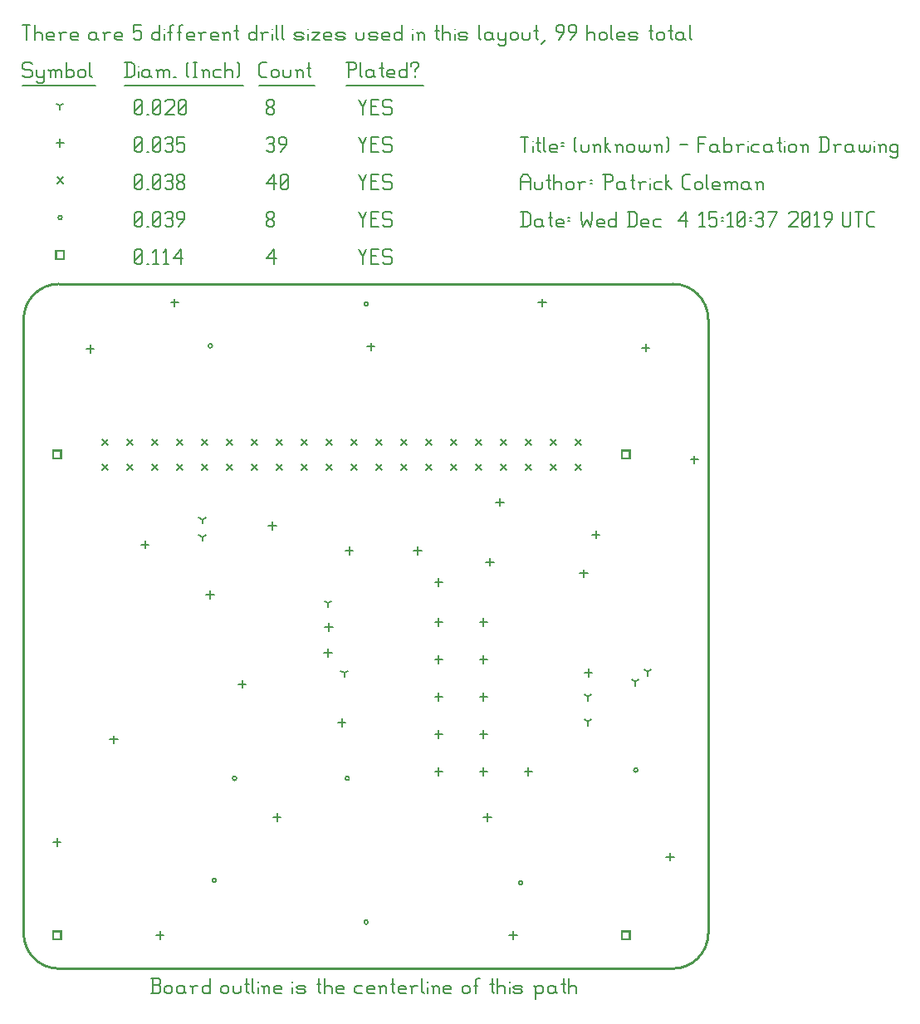
<source format=gbr>
G04 start of page 17 for group -3984 idx -3984 *
G04 Title: (unknown), fab *
G04 Creator: pcb 4.2.0 *
G04 CreationDate: Wed Dec  4 15:10:37 2019 UTC *
G04 For: blinken *
G04 Format: Gerber/RS-274X *
G04 PCB-Dimensions (mil): 2755.91 2755.91 *
G04 PCB-Coordinate-Origin: lower left *
%MOIN*%
%FSLAX25Y25*%
%LNFAB*%
%ADD117C,0.0100*%
%ADD116C,0.0075*%
%ADD115C,0.0060*%
%ADD114R,0.0080X0.0080*%
G54D114*X12180Y15380D02*X15380D01*
X12180D02*Y12180D01*
X15380D01*
Y15380D02*Y12180D01*
X240526Y15380D02*X243726D01*
X240526D02*Y12180D01*
X243726D01*
Y15380D02*Y12180D01*
X240526Y208293D02*X243726D01*
X240526D02*Y205093D01*
X243726D01*
Y208293D02*Y205093D01*
X12180Y208293D02*X15380D01*
X12180D02*Y205093D01*
X15380D01*
Y208293D02*Y205093D01*
X13400Y288441D02*X16600D01*
X13400D02*Y285241D01*
X16600D01*
Y288441D02*Y285241D01*
G54D115*X135000Y289091D02*X136500Y286091D01*
X138000Y289091D01*
X136500Y286091D02*Y283091D01*
X139800Y286391D02*X142050D01*
X139800Y283091D02*X142800D01*
X139800Y289091D02*Y283091D01*
Y289091D02*X142800D01*
X147600D02*X148350Y288341D01*
X145350Y289091D02*X147600D01*
X144600Y288341D02*X145350Y289091D01*
X144600Y288341D02*Y286841D01*
X145350Y286091D01*
X147600D01*
X148350Y285341D01*
Y283841D01*
X147600Y283091D02*X148350Y283841D01*
X145350Y283091D02*X147600D01*
X144600Y283841D02*X145350Y283091D01*
X98000Y285341D02*X101000Y289091D01*
X98000Y285341D02*X101750D01*
X101000Y289091D02*Y283091D01*
X45000Y283841D02*X45750Y283091D01*
X45000Y288341D02*Y283841D01*
Y288341D02*X45750Y289091D01*
X47250D01*
X48000Y288341D01*
Y283841D01*
X47250Y283091D02*X48000Y283841D01*
X45750Y283091D02*X47250D01*
X45000Y284591D02*X48000Y287591D01*
X49800Y283091D02*X50550D01*
X52350Y287891D02*X53550Y289091D01*
Y283091D01*
X52350D02*X54600D01*
X56400Y287891D02*X57600Y289091D01*
Y283091D01*
X56400D02*X58650D01*
X60450Y285341D02*X63450Y289091D01*
X60450Y285341D02*X64200D01*
X63450Y289091D02*Y283091D01*
X137076Y19057D02*G75*G03X138676Y19057I800J0D01*G01*
G75*G03X137076Y19057I-800J0D01*G01*
Y267089D02*G75*G03X138676Y267089I800J0D01*G01*
G75*G03X137076Y267089I-800J0D01*G01*
X76052Y35789D02*G75*G03X77652Y35789I800J0D01*G01*
G75*G03X76052Y35789I-800J0D01*G01*
X199084Y34805D02*G75*G03X200684Y34805I800J0D01*G01*
G75*G03X199084Y34805I-800J0D01*G01*
X245344Y80081D02*G75*G03X246944Y80081I800J0D01*G01*
G75*G03X245344Y80081I-800J0D01*G01*
X74576Y250342D02*G75*G03X76176Y250342I800J0D01*G01*
G75*G03X74576Y250342I-800J0D01*G01*
X129509Y76781D02*G75*G03X131109Y76781I800J0D01*G01*
G75*G03X129509Y76781I-800J0D01*G01*
X84233D02*G75*G03X85833Y76781I800J0D01*G01*
G75*G03X84233Y76781I-800J0D01*G01*
X14200Y301841D02*G75*G03X15800Y301841I800J0D01*G01*
G75*G03X14200Y301841I-800J0D01*G01*
X135000Y304091D02*X136500Y301091D01*
X138000Y304091D01*
X136500Y301091D02*Y298091D01*
X139800Y301391D02*X142050D01*
X139800Y298091D02*X142800D01*
X139800Y304091D02*Y298091D01*
Y304091D02*X142800D01*
X147600D02*X148350Y303341D01*
X145350Y304091D02*X147600D01*
X144600Y303341D02*X145350Y304091D01*
X144600Y303341D02*Y301841D01*
X145350Y301091D01*
X147600D01*
X148350Y300341D01*
Y298841D01*
X147600Y298091D02*X148350Y298841D01*
X145350Y298091D02*X147600D01*
X144600Y298841D02*X145350Y298091D01*
X98000Y298841D02*X98750Y298091D01*
X98000Y300041D02*Y298841D01*
Y300041D02*X99050Y301091D01*
X99950D01*
X101000Y300041D01*
Y298841D01*
X100250Y298091D02*X101000Y298841D01*
X98750Y298091D02*X100250D01*
X98000Y302141D02*X99050Y301091D01*
X98000Y303341D02*Y302141D01*
Y303341D02*X98750Y304091D01*
X100250D01*
X101000Y303341D01*
Y302141D01*
X99950Y301091D02*X101000Y302141D01*
X45000Y298841D02*X45750Y298091D01*
X45000Y303341D02*Y298841D01*
Y303341D02*X45750Y304091D01*
X47250D01*
X48000Y303341D01*
Y298841D01*
X47250Y298091D02*X48000Y298841D01*
X45750Y298091D02*X47250D01*
X45000Y299591D02*X48000Y302591D01*
X49800Y298091D02*X50550D01*
X52350Y298841D02*X53100Y298091D01*
X52350Y303341D02*Y298841D01*
Y303341D02*X53100Y304091D01*
X54600D01*
X55350Y303341D01*
Y298841D01*
X54600Y298091D02*X55350Y298841D01*
X53100Y298091D02*X54600D01*
X52350Y299591D02*X55350Y302591D01*
X57150Y303341D02*X57900Y304091D01*
X59400D01*
X60150Y303341D01*
X59400Y298091D02*X60150Y298841D01*
X57900Y298091D02*X59400D01*
X57150Y298841D02*X57900Y298091D01*
Y301391D02*X59400D01*
X60150Y303341D02*Y302141D01*
Y300641D02*Y298841D01*
Y300641D02*X59400Y301391D01*
X60150Y302141D02*X59400Y301391D01*
X62700Y298091D02*X64950Y301091D01*
Y303341D02*Y301091D01*
X64200Y304091D02*X64950Y303341D01*
X62700Y304091D02*X64200D01*
X61950Y303341D02*X62700Y304091D01*
X61950Y303341D02*Y301841D01*
X62700Y301091D01*
X64950D01*
X31910Y202814D02*X34310Y200414D01*
X31910D02*X34310Y202814D01*
X31910Y212814D02*X34310Y210414D01*
X31910D02*X34310Y212814D01*
X41910Y202814D02*X44310Y200414D01*
X41910D02*X44310Y202814D01*
X41910Y212814D02*X44310Y210414D01*
X41910D02*X44310Y212814D01*
X51910Y202814D02*X54310Y200414D01*
X51910D02*X54310Y202814D01*
X51910Y212814D02*X54310Y210414D01*
X51910D02*X54310Y212814D01*
X61910Y202814D02*X64310Y200414D01*
X61910D02*X64310Y202814D01*
X61910Y212814D02*X64310Y210414D01*
X61910D02*X64310Y212814D01*
X71910Y202814D02*X74310Y200414D01*
X71910D02*X74310Y202814D01*
X71910Y212814D02*X74310Y210414D01*
X71910D02*X74310Y212814D01*
X81910Y202814D02*X84310Y200414D01*
X81910D02*X84310Y202814D01*
X81910Y212814D02*X84310Y210414D01*
X81910D02*X84310Y212814D01*
X91910Y202814D02*X94310Y200414D01*
X91910D02*X94310Y202814D01*
X91910Y212814D02*X94310Y210414D01*
X91910D02*X94310Y212814D01*
X101910Y202814D02*X104310Y200414D01*
X101910D02*X104310Y202814D01*
X101910Y212814D02*X104310Y210414D01*
X101910D02*X104310Y212814D01*
X111910Y202814D02*X114310Y200414D01*
X111910D02*X114310Y202814D01*
X111910Y212814D02*X114310Y210414D01*
X111910D02*X114310Y212814D01*
X121910Y202814D02*X124310Y200414D01*
X121910D02*X124310Y202814D01*
X121910Y212814D02*X124310Y210414D01*
X121910D02*X124310Y212814D01*
X131910Y202814D02*X134310Y200414D01*
X131910D02*X134310Y202814D01*
X131910Y212814D02*X134310Y210414D01*
X131910D02*X134310Y212814D01*
X141910Y202814D02*X144310Y200414D01*
X141910D02*X144310Y202814D01*
X141910Y212814D02*X144310Y210414D01*
X141910D02*X144310Y212814D01*
X151910Y202814D02*X154310Y200414D01*
X151910D02*X154310Y202814D01*
X151910Y212814D02*X154310Y210414D01*
X151910D02*X154310Y212814D01*
X161910Y202814D02*X164310Y200414D01*
X161910D02*X164310Y202814D01*
X161910Y212814D02*X164310Y210414D01*
X161910D02*X164310Y212814D01*
X171910Y202814D02*X174310Y200414D01*
X171910D02*X174310Y202814D01*
X171910Y212814D02*X174310Y210414D01*
X171910D02*X174310Y212814D01*
X181910Y202814D02*X184310Y200414D01*
X181910D02*X184310Y202814D01*
X181910Y212814D02*X184310Y210414D01*
X181910D02*X184310Y212814D01*
X191910Y202814D02*X194310Y200414D01*
X191910D02*X194310Y202814D01*
X191910Y212814D02*X194310Y210414D01*
X191910D02*X194310Y212814D01*
X201910Y202814D02*X204310Y200414D01*
X201910D02*X204310Y202814D01*
X201910Y212814D02*X204310Y210414D01*
X201910D02*X204310Y212814D01*
X211910Y202814D02*X214310Y200414D01*
X211910D02*X214310Y202814D01*
X211910Y212814D02*X214310Y210414D01*
X211910D02*X214310Y212814D01*
X221910Y202814D02*X224310Y200414D01*
X221910D02*X224310Y202814D01*
X221910Y212814D02*X224310Y210414D01*
X221910D02*X224310Y212814D01*
X13800Y318041D02*X16200Y315641D01*
X13800D02*X16200Y318041D01*
X135000Y319091D02*X136500Y316091D01*
X138000Y319091D01*
X136500Y316091D02*Y313091D01*
X139800Y316391D02*X142050D01*
X139800Y313091D02*X142800D01*
X139800Y319091D02*Y313091D01*
Y319091D02*X142800D01*
X147600D02*X148350Y318341D01*
X145350Y319091D02*X147600D01*
X144600Y318341D02*X145350Y319091D01*
X144600Y318341D02*Y316841D01*
X145350Y316091D01*
X147600D01*
X148350Y315341D01*
Y313841D01*
X147600Y313091D02*X148350Y313841D01*
X145350Y313091D02*X147600D01*
X144600Y313841D02*X145350Y313091D01*
X98000Y315341D02*X101000Y319091D01*
X98000Y315341D02*X101750D01*
X101000Y319091D02*Y313091D01*
X103550Y313841D02*X104300Y313091D01*
X103550Y318341D02*Y313841D01*
Y318341D02*X104300Y319091D01*
X105800D01*
X106550Y318341D01*
Y313841D01*
X105800Y313091D02*X106550Y313841D01*
X104300Y313091D02*X105800D01*
X103550Y314591D02*X106550Y317591D01*
X45000Y313841D02*X45750Y313091D01*
X45000Y318341D02*Y313841D01*
Y318341D02*X45750Y319091D01*
X47250D01*
X48000Y318341D01*
Y313841D01*
X47250Y313091D02*X48000Y313841D01*
X45750Y313091D02*X47250D01*
X45000Y314591D02*X48000Y317591D01*
X49800Y313091D02*X50550D01*
X52350Y313841D02*X53100Y313091D01*
X52350Y318341D02*Y313841D01*
Y318341D02*X53100Y319091D01*
X54600D01*
X55350Y318341D01*
Y313841D01*
X54600Y313091D02*X55350Y313841D01*
X53100Y313091D02*X54600D01*
X52350Y314591D02*X55350Y317591D01*
X57150Y318341D02*X57900Y319091D01*
X59400D01*
X60150Y318341D01*
X59400Y313091D02*X60150Y313841D01*
X57900Y313091D02*X59400D01*
X57150Y313841D02*X57900Y313091D01*
Y316391D02*X59400D01*
X60150Y318341D02*Y317141D01*
Y315641D02*Y313841D01*
Y315641D02*X59400Y316391D01*
X60150Y317141D02*X59400Y316391D01*
X61950Y313841D02*X62700Y313091D01*
X61950Y315041D02*Y313841D01*
Y315041D02*X63000Y316091D01*
X63900D01*
X64950Y315041D01*
Y313841D01*
X64200Y313091D02*X64950Y313841D01*
X62700Y313091D02*X64200D01*
X61950Y317141D02*X63000Y316091D01*
X61950Y318341D02*Y317141D01*
Y318341D02*X62700Y319091D01*
X64200D01*
X64950Y318341D01*
Y317141D01*
X63900Y316091D02*X64950Y317141D01*
X191610Y189214D02*Y186014D01*
X190010Y187614D02*X193210D01*
X27110Y250714D02*Y247514D01*
X25510Y249114D02*X28710D01*
X250110Y251214D02*Y248014D01*
X248510Y249614D02*X251710D01*
X88110Y116214D02*Y113014D01*
X86510Y114614D02*X89710D01*
X49110Y172214D02*Y169014D01*
X47510Y170614D02*X50710D01*
X131110Y169714D02*Y166514D01*
X129510Y168114D02*X132710D01*
X158610Y169714D02*Y166514D01*
X157010Y168114D02*X160210D01*
X102110Y62714D02*Y59514D01*
X100510Y61114D02*X103710D01*
X186610Y62714D02*Y59514D01*
X185010Y61114D02*X188210D01*
X128110Y100714D02*Y97514D01*
X126510Y99114D02*X129710D01*
X122610Y128714D02*Y125514D01*
X121010Y127114D02*X124210D01*
X227110Y120714D02*Y117514D01*
X225510Y119114D02*X228710D01*
X230110Y176214D02*Y173014D01*
X228510Y174614D02*X231710D01*
X187610Y165214D02*Y162014D01*
X186010Y163614D02*X189210D01*
X100300Y179691D02*Y176491D01*
X98700Y178091D02*X101900D01*
X75300Y152191D02*Y148991D01*
X73700Y150591D02*X76900D01*
X36600Y93991D02*Y90791D01*
X35000Y92391D02*X38200D01*
X167000Y141191D02*Y137991D01*
X165400Y139591D02*X168600D01*
X185000Y141191D02*Y137991D01*
X183400Y139591D02*X186600D01*
X167000Y126191D02*Y122991D01*
X165400Y124591D02*X168600D01*
X167000Y111191D02*Y107991D01*
X165400Y109591D02*X168600D01*
X167000Y96191D02*Y92991D01*
X165400Y94591D02*X168600D01*
X167000Y81191D02*Y77991D01*
X165400Y79591D02*X168600D01*
X185000Y81191D02*Y77991D01*
X183400Y79591D02*X186600D01*
X185000Y96191D02*Y92991D01*
X183400Y94591D02*X186600D01*
X185000Y111191D02*Y107991D01*
X183400Y109591D02*X186600D01*
X185000Y126191D02*Y122991D01*
X183400Y124591D02*X186600D01*
X203000Y81191D02*Y77991D01*
X201400Y79591D02*X204600D01*
X167000Y157191D02*Y153991D01*
X165400Y155591D02*X168600D01*
X208661Y269317D02*Y266117D01*
X207061Y267717D02*X210261D01*
X269685Y206324D02*Y203124D01*
X268085Y204724D02*X271285D01*
X61024Y269317D02*Y266117D01*
X59424Y267717D02*X62624D01*
X139764Y251600D02*Y248400D01*
X138164Y250000D02*X141364D01*
X13780Y52781D02*Y49581D01*
X12180Y51181D02*X15380D01*
X55118Y15380D02*Y12180D01*
X53518Y13780D02*X56718D01*
X196850Y15380D02*Y12180D01*
X195250Y13780D02*X198450D01*
X259843Y46876D02*Y43676D01*
X258243Y45276D02*X261443D01*
X225197Y160655D02*Y157455D01*
X223597Y159055D02*X226797D01*
X122835Y139002D02*Y135802D01*
X121235Y137402D02*X124435D01*
X15000Y333441D02*Y330241D01*
X13400Y331841D02*X16600D01*
X135000Y334091D02*X136500Y331091D01*
X138000Y334091D01*
X136500Y331091D02*Y328091D01*
X139800Y331391D02*X142050D01*
X139800Y328091D02*X142800D01*
X139800Y334091D02*Y328091D01*
Y334091D02*X142800D01*
X147600D02*X148350Y333341D01*
X145350Y334091D02*X147600D01*
X144600Y333341D02*X145350Y334091D01*
X144600Y333341D02*Y331841D01*
X145350Y331091D01*
X147600D01*
X148350Y330341D01*
Y328841D01*
X147600Y328091D02*X148350Y328841D01*
X145350Y328091D02*X147600D01*
X144600Y328841D02*X145350Y328091D01*
X98000Y333341D02*X98750Y334091D01*
X100250D01*
X101000Y333341D01*
X100250Y328091D02*X101000Y328841D01*
X98750Y328091D02*X100250D01*
X98000Y328841D02*X98750Y328091D01*
Y331391D02*X100250D01*
X101000Y333341D02*Y332141D01*
Y330641D02*Y328841D01*
Y330641D02*X100250Y331391D01*
X101000Y332141D02*X100250Y331391D01*
X103550Y328091D02*X105800Y331091D01*
Y333341D02*Y331091D01*
X105050Y334091D02*X105800Y333341D01*
X103550Y334091D02*X105050D01*
X102800Y333341D02*X103550Y334091D01*
X102800Y333341D02*Y331841D01*
X103550Y331091D01*
X105800D01*
X45000Y328841D02*X45750Y328091D01*
X45000Y333341D02*Y328841D01*
Y333341D02*X45750Y334091D01*
X47250D01*
X48000Y333341D01*
Y328841D01*
X47250Y328091D02*X48000Y328841D01*
X45750Y328091D02*X47250D01*
X45000Y329591D02*X48000Y332591D01*
X49800Y328091D02*X50550D01*
X52350Y328841D02*X53100Y328091D01*
X52350Y333341D02*Y328841D01*
Y333341D02*X53100Y334091D01*
X54600D01*
X55350Y333341D01*
Y328841D01*
X54600Y328091D02*X55350Y328841D01*
X53100Y328091D02*X54600D01*
X52350Y329591D02*X55350Y332591D01*
X57150Y333341D02*X57900Y334091D01*
X59400D01*
X60150Y333341D01*
X59400Y328091D02*X60150Y328841D01*
X57900Y328091D02*X59400D01*
X57150Y328841D02*X57900Y328091D01*
Y331391D02*X59400D01*
X60150Y333341D02*Y332141D01*
Y330641D02*Y328841D01*
Y330641D02*X59400Y331391D01*
X60150Y332141D02*X59400Y331391D01*
X61950Y334091D02*X64950D01*
X61950D02*Y331091D01*
X62700Y331841D01*
X64200D01*
X64950Y331091D01*
Y328841D01*
X64200Y328091D02*X64950Y328841D01*
X62700Y328091D02*X64200D01*
X61950Y328841D02*X62700Y328091D01*
X72110Y173614D02*Y172014D01*
Y173614D02*X73497Y174414D01*
X72110Y173614D02*X70724Y174414D01*
X122610Y147114D02*Y145514D01*
Y147114D02*X123997Y147914D01*
X122610Y147114D02*X121224Y147914D01*
X129110Y119114D02*Y117514D01*
Y119114D02*X130497Y119914D01*
X129110Y119114D02*X127724Y119914D01*
X72110Y180614D02*Y179014D01*
Y180614D02*X73497Y181414D01*
X72110Y180614D02*X70724Y181414D01*
X246000Y115591D02*Y113991D01*
Y115591D02*X247387Y116391D01*
X246000Y115591D02*X244613Y116391D01*
X251000Y119591D02*Y117991D01*
Y119591D02*X252387Y120391D01*
X251000Y119591D02*X249613Y120391D01*
X227000Y109591D02*Y107991D01*
Y109591D02*X228387Y110391D01*
X227000Y109591D02*X225613Y110391D01*
X227000Y99591D02*Y97991D01*
Y99591D02*X228387Y100391D01*
X227000Y99591D02*X225613Y100391D01*
X15000Y346841D02*Y345241D01*
Y346841D02*X16387Y347641D01*
X15000Y346841D02*X13613Y347641D01*
X135000Y349091D02*X136500Y346091D01*
X138000Y349091D01*
X136500Y346091D02*Y343091D01*
X139800Y346391D02*X142050D01*
X139800Y343091D02*X142800D01*
X139800Y349091D02*Y343091D01*
Y349091D02*X142800D01*
X147600D02*X148350Y348341D01*
X145350Y349091D02*X147600D01*
X144600Y348341D02*X145350Y349091D01*
X144600Y348341D02*Y346841D01*
X145350Y346091D01*
X147600D01*
X148350Y345341D01*
Y343841D01*
X147600Y343091D02*X148350Y343841D01*
X145350Y343091D02*X147600D01*
X144600Y343841D02*X145350Y343091D01*
X98000Y343841D02*X98750Y343091D01*
X98000Y345041D02*Y343841D01*
Y345041D02*X99050Y346091D01*
X99950D01*
X101000Y345041D01*
Y343841D01*
X100250Y343091D02*X101000Y343841D01*
X98750Y343091D02*X100250D01*
X98000Y347141D02*X99050Y346091D01*
X98000Y348341D02*Y347141D01*
Y348341D02*X98750Y349091D01*
X100250D01*
X101000Y348341D01*
Y347141D01*
X99950Y346091D02*X101000Y347141D01*
X45000Y343841D02*X45750Y343091D01*
X45000Y348341D02*Y343841D01*
Y348341D02*X45750Y349091D01*
X47250D01*
X48000Y348341D01*
Y343841D01*
X47250Y343091D02*X48000Y343841D01*
X45750Y343091D02*X47250D01*
X45000Y344591D02*X48000Y347591D01*
X49800Y343091D02*X50550D01*
X52350Y343841D02*X53100Y343091D01*
X52350Y348341D02*Y343841D01*
Y348341D02*X53100Y349091D01*
X54600D01*
X55350Y348341D01*
Y343841D01*
X54600Y343091D02*X55350Y343841D01*
X53100Y343091D02*X54600D01*
X52350Y344591D02*X55350Y347591D01*
X57150Y348341D02*X57900Y349091D01*
X60150D01*
X60900Y348341D01*
Y346841D01*
X57150Y343091D02*X60900Y346841D01*
X57150Y343091D02*X60900D01*
X62700Y343841D02*X63450Y343091D01*
X62700Y348341D02*Y343841D01*
Y348341D02*X63450Y349091D01*
X64950D01*
X65700Y348341D01*
Y343841D01*
X64950Y343091D02*X65700Y343841D01*
X63450Y343091D02*X64950D01*
X62700Y344591D02*X65700Y347591D01*
X3000Y364091D02*X3750Y363341D01*
X750Y364091D02*X3000D01*
X0Y363341D02*X750Y364091D01*
X0Y363341D02*Y361841D01*
X750Y361091D01*
X3000D01*
X3750Y360341D01*
Y358841D01*
X3000Y358091D02*X3750Y358841D01*
X750Y358091D02*X3000D01*
X0Y358841D02*X750Y358091D01*
X5550Y361091D02*Y358841D01*
X6300Y358091D01*
X8550Y361091D02*Y356591D01*
X7800Y355841D02*X8550Y356591D01*
X6300Y355841D02*X7800D01*
X5550Y356591D02*X6300Y355841D01*
Y358091D02*X7800D01*
X8550Y358841D01*
X11100Y360341D02*Y358091D01*
Y360341D02*X11850Y361091D01*
X12600D01*
X13350Y360341D01*
Y358091D01*
Y360341D02*X14100Y361091D01*
X14850D01*
X15600Y360341D01*
Y358091D01*
X10350Y361091D02*X11100Y360341D01*
X17400Y364091D02*Y358091D01*
Y358841D02*X18150Y358091D01*
X19650D01*
X20400Y358841D01*
Y360341D02*Y358841D01*
X19650Y361091D02*X20400Y360341D01*
X18150Y361091D02*X19650D01*
X17400Y360341D02*X18150Y361091D01*
X22200Y360341D02*Y358841D01*
Y360341D02*X22950Y361091D01*
X24450D01*
X25200Y360341D01*
Y358841D01*
X24450Y358091D02*X25200Y358841D01*
X22950Y358091D02*X24450D01*
X22200Y358841D02*X22950Y358091D01*
X27000Y364091D02*Y358841D01*
X27750Y358091D01*
X0Y354841D02*X29250D01*
X41750Y364091D02*Y358091D01*
X43700Y364091D02*X44750Y363041D01*
Y359141D01*
X43700Y358091D02*X44750Y359141D01*
X41000Y358091D02*X43700D01*
X41000Y364091D02*X43700D01*
G54D116*X46550Y362591D02*Y362441D01*
G54D115*Y360341D02*Y358091D01*
X50300Y361091D02*X51050Y360341D01*
X48800Y361091D02*X50300D01*
X48050Y360341D02*X48800Y361091D01*
X48050Y360341D02*Y358841D01*
X48800Y358091D01*
X51050Y361091D02*Y358841D01*
X51800Y358091D01*
X48800D02*X50300D01*
X51050Y358841D01*
X54350Y360341D02*Y358091D01*
Y360341D02*X55100Y361091D01*
X55850D01*
X56600Y360341D01*
Y358091D01*
Y360341D02*X57350Y361091D01*
X58100D01*
X58850Y360341D01*
Y358091D01*
X53600Y361091D02*X54350Y360341D01*
X60650Y358091D02*X61400D01*
X65900Y358841D02*X66650Y358091D01*
X65900Y363341D02*X66650Y364091D01*
X65900Y363341D02*Y358841D01*
X68450Y364091D02*X69950D01*
X69200D02*Y358091D01*
X68450D02*X69950D01*
X72500Y360341D02*Y358091D01*
Y360341D02*X73250Y361091D01*
X74000D01*
X74750Y360341D01*
Y358091D01*
X71750Y361091D02*X72500Y360341D01*
X77300Y361091D02*X79550D01*
X76550Y360341D02*X77300Y361091D01*
X76550Y360341D02*Y358841D01*
X77300Y358091D01*
X79550D01*
X81350Y364091D02*Y358091D01*
Y360341D02*X82100Y361091D01*
X83600D01*
X84350Y360341D01*
Y358091D01*
X86150Y364091D02*X86900Y363341D01*
Y358841D01*
X86150Y358091D02*X86900Y358841D01*
X41000Y354841D02*X88700D01*
X96050Y358091D02*X98000D01*
X95000Y359141D02*X96050Y358091D01*
X95000Y363041D02*Y359141D01*
Y363041D02*X96050Y364091D01*
X98000D01*
X99800Y360341D02*Y358841D01*
Y360341D02*X100550Y361091D01*
X102050D01*
X102800Y360341D01*
Y358841D01*
X102050Y358091D02*X102800Y358841D01*
X100550Y358091D02*X102050D01*
X99800Y358841D02*X100550Y358091D01*
X104600Y361091D02*Y358841D01*
X105350Y358091D01*
X106850D01*
X107600Y358841D01*
Y361091D02*Y358841D01*
X110150Y360341D02*Y358091D01*
Y360341D02*X110900Y361091D01*
X111650D01*
X112400Y360341D01*
Y358091D01*
X109400Y361091D02*X110150Y360341D01*
X114950Y364091D02*Y358841D01*
X115700Y358091D01*
X114200Y361841D02*X115700D01*
X95000Y354841D02*X117200D01*
X130750Y364091D02*Y358091D01*
X130000Y364091D02*X133000D01*
X133750Y363341D01*
Y361841D01*
X133000Y361091D02*X133750Y361841D01*
X130750Y361091D02*X133000D01*
X135550Y364091D02*Y358841D01*
X136300Y358091D01*
X140050Y361091D02*X140800Y360341D01*
X138550Y361091D02*X140050D01*
X137800Y360341D02*X138550Y361091D01*
X137800Y360341D02*Y358841D01*
X138550Y358091D01*
X140800Y361091D02*Y358841D01*
X141550Y358091D01*
X138550D02*X140050D01*
X140800Y358841D01*
X144100Y364091D02*Y358841D01*
X144850Y358091D01*
X143350Y361841D02*X144850D01*
X147100Y358091D02*X149350D01*
X146350Y358841D02*X147100Y358091D01*
X146350Y360341D02*Y358841D01*
Y360341D02*X147100Y361091D01*
X148600D01*
X149350Y360341D01*
X146350Y359591D02*X149350D01*
Y360341D02*Y359591D01*
X154150Y364091D02*Y358091D01*
X153400D02*X154150Y358841D01*
X151900Y358091D02*X153400D01*
X151150Y358841D02*X151900Y358091D01*
X151150Y360341D02*Y358841D01*
Y360341D02*X151900Y361091D01*
X153400D01*
X154150Y360341D01*
X157450Y361091D02*Y360341D01*
Y358841D02*Y358091D01*
X155950Y363341D02*Y362591D01*
Y363341D02*X156700Y364091D01*
X158200D01*
X158950Y363341D01*
Y362591D01*
X157450Y361091D02*X158950Y362591D01*
X130000Y354841D02*X160750D01*
X0Y379091D02*X3000D01*
X1500D02*Y373091D01*
X4800Y379091D02*Y373091D01*
Y375341D02*X5550Y376091D01*
X7050D01*
X7800Y375341D01*
Y373091D01*
X10350D02*X12600D01*
X9600Y373841D02*X10350Y373091D01*
X9600Y375341D02*Y373841D01*
Y375341D02*X10350Y376091D01*
X11850D01*
X12600Y375341D01*
X9600Y374591D02*X12600D01*
Y375341D02*Y374591D01*
X15150Y375341D02*Y373091D01*
Y375341D02*X15900Y376091D01*
X17400D01*
X14400D02*X15150Y375341D01*
X19950Y373091D02*X22200D01*
X19200Y373841D02*X19950Y373091D01*
X19200Y375341D02*Y373841D01*
Y375341D02*X19950Y376091D01*
X21450D01*
X22200Y375341D01*
X19200Y374591D02*X22200D01*
Y375341D02*Y374591D01*
X28950Y376091D02*X29700Y375341D01*
X27450Y376091D02*X28950D01*
X26700Y375341D02*X27450Y376091D01*
X26700Y375341D02*Y373841D01*
X27450Y373091D01*
X29700Y376091D02*Y373841D01*
X30450Y373091D01*
X27450D02*X28950D01*
X29700Y373841D01*
X33000Y375341D02*Y373091D01*
Y375341D02*X33750Y376091D01*
X35250D01*
X32250D02*X33000Y375341D01*
X37800Y373091D02*X40050D01*
X37050Y373841D02*X37800Y373091D01*
X37050Y375341D02*Y373841D01*
Y375341D02*X37800Y376091D01*
X39300D01*
X40050Y375341D01*
X37050Y374591D02*X40050D01*
Y375341D02*Y374591D01*
X44550Y379091D02*X47550D01*
X44550D02*Y376091D01*
X45300Y376841D01*
X46800D01*
X47550Y376091D01*
Y373841D01*
X46800Y373091D02*X47550Y373841D01*
X45300Y373091D02*X46800D01*
X44550Y373841D02*X45300Y373091D01*
X55050Y379091D02*Y373091D01*
X54300D02*X55050Y373841D01*
X52800Y373091D02*X54300D01*
X52050Y373841D02*X52800Y373091D01*
X52050Y375341D02*Y373841D01*
Y375341D02*X52800Y376091D01*
X54300D01*
X55050Y375341D01*
G54D116*X56850Y377591D02*Y377441D01*
G54D115*Y375341D02*Y373091D01*
X59100Y378341D02*Y373091D01*
Y378341D02*X59850Y379091D01*
X60600D01*
X58350Y376091D02*X59850D01*
X62850Y378341D02*Y373091D01*
Y378341D02*X63600Y379091D01*
X64350D01*
X62100Y376091D02*X63600D01*
X66600Y373091D02*X68850D01*
X65850Y373841D02*X66600Y373091D01*
X65850Y375341D02*Y373841D01*
Y375341D02*X66600Y376091D01*
X68100D01*
X68850Y375341D01*
X65850Y374591D02*X68850D01*
Y375341D02*Y374591D01*
X71400Y375341D02*Y373091D01*
Y375341D02*X72150Y376091D01*
X73650D01*
X70650D02*X71400Y375341D01*
X76200Y373091D02*X78450D01*
X75450Y373841D02*X76200Y373091D01*
X75450Y375341D02*Y373841D01*
Y375341D02*X76200Y376091D01*
X77700D01*
X78450Y375341D01*
X75450Y374591D02*X78450D01*
Y375341D02*Y374591D01*
X81000Y375341D02*Y373091D01*
Y375341D02*X81750Y376091D01*
X82500D01*
X83250Y375341D01*
Y373091D01*
X80250Y376091D02*X81000Y375341D01*
X85800Y379091D02*Y373841D01*
X86550Y373091D01*
X85050Y376841D02*X86550D01*
X93750Y379091D02*Y373091D01*
X93000D02*X93750Y373841D01*
X91500Y373091D02*X93000D01*
X90750Y373841D02*X91500Y373091D01*
X90750Y375341D02*Y373841D01*
Y375341D02*X91500Y376091D01*
X93000D01*
X93750Y375341D01*
X96300D02*Y373091D01*
Y375341D02*X97050Y376091D01*
X98550D01*
X95550D02*X96300Y375341D01*
G54D116*X100350Y377591D02*Y377441D01*
G54D115*Y375341D02*Y373091D01*
X101850Y379091D02*Y373841D01*
X102600Y373091D01*
X104100Y379091D02*Y373841D01*
X104850Y373091D01*
X109800D02*X112050D01*
X112800Y373841D01*
X112050Y374591D02*X112800Y373841D01*
X109800Y374591D02*X112050D01*
X109050Y375341D02*X109800Y374591D01*
X109050Y375341D02*X109800Y376091D01*
X112050D01*
X112800Y375341D01*
X109050Y373841D02*X109800Y373091D01*
G54D116*X114600Y377591D02*Y377441D01*
G54D115*Y375341D02*Y373091D01*
X116100Y376091D02*X119100D01*
X116100Y373091D02*X119100Y376091D01*
X116100Y373091D02*X119100D01*
X121650D02*X123900D01*
X120900Y373841D02*X121650Y373091D01*
X120900Y375341D02*Y373841D01*
Y375341D02*X121650Y376091D01*
X123150D01*
X123900Y375341D01*
X120900Y374591D02*X123900D01*
Y375341D02*Y374591D01*
X126450Y373091D02*X128700D01*
X129450Y373841D01*
X128700Y374591D02*X129450Y373841D01*
X126450Y374591D02*X128700D01*
X125700Y375341D02*X126450Y374591D01*
X125700Y375341D02*X126450Y376091D01*
X128700D01*
X129450Y375341D01*
X125700Y373841D02*X126450Y373091D01*
X133950Y376091D02*Y373841D01*
X134700Y373091D01*
X136200D01*
X136950Y373841D01*
Y376091D02*Y373841D01*
X139500Y373091D02*X141750D01*
X142500Y373841D01*
X141750Y374591D02*X142500Y373841D01*
X139500Y374591D02*X141750D01*
X138750Y375341D02*X139500Y374591D01*
X138750Y375341D02*X139500Y376091D01*
X141750D01*
X142500Y375341D01*
X138750Y373841D02*X139500Y373091D01*
X145050D02*X147300D01*
X144300Y373841D02*X145050Y373091D01*
X144300Y375341D02*Y373841D01*
Y375341D02*X145050Y376091D01*
X146550D01*
X147300Y375341D01*
X144300Y374591D02*X147300D01*
Y375341D02*Y374591D01*
X152100Y379091D02*Y373091D01*
X151350D02*X152100Y373841D01*
X149850Y373091D02*X151350D01*
X149100Y373841D02*X149850Y373091D01*
X149100Y375341D02*Y373841D01*
Y375341D02*X149850Y376091D01*
X151350D01*
X152100Y375341D01*
G54D116*X156600Y377591D02*Y377441D01*
G54D115*Y375341D02*Y373091D01*
X158850Y375341D02*Y373091D01*
Y375341D02*X159600Y376091D01*
X160350D01*
X161100Y375341D01*
Y373091D01*
X158100Y376091D02*X158850Y375341D01*
X166350Y379091D02*Y373841D01*
X167100Y373091D01*
X165600Y376841D02*X167100D01*
X168600Y379091D02*Y373091D01*
Y375341D02*X169350Y376091D01*
X170850D01*
X171600Y375341D01*
Y373091D01*
G54D116*X173400Y377591D02*Y377441D01*
G54D115*Y375341D02*Y373091D01*
X175650D02*X177900D01*
X178650Y373841D01*
X177900Y374591D02*X178650Y373841D01*
X175650Y374591D02*X177900D01*
X174900Y375341D02*X175650Y374591D01*
X174900Y375341D02*X175650Y376091D01*
X177900D01*
X178650Y375341D01*
X174900Y373841D02*X175650Y373091D01*
X183150Y379091D02*Y373841D01*
X183900Y373091D01*
X187650Y376091D02*X188400Y375341D01*
X186150Y376091D02*X187650D01*
X185400Y375341D02*X186150Y376091D01*
X185400Y375341D02*Y373841D01*
X186150Y373091D01*
X188400Y376091D02*Y373841D01*
X189150Y373091D01*
X186150D02*X187650D01*
X188400Y373841D01*
X190950Y376091D02*Y373841D01*
X191700Y373091D01*
X193950Y376091D02*Y371591D01*
X193200Y370841D02*X193950Y371591D01*
X191700Y370841D02*X193200D01*
X190950Y371591D02*X191700Y370841D01*
Y373091D02*X193200D01*
X193950Y373841D01*
X195750Y375341D02*Y373841D01*
Y375341D02*X196500Y376091D01*
X198000D01*
X198750Y375341D01*
Y373841D01*
X198000Y373091D02*X198750Y373841D01*
X196500Y373091D02*X198000D01*
X195750Y373841D02*X196500Y373091D01*
X200550Y376091D02*Y373841D01*
X201300Y373091D01*
X202800D01*
X203550Y373841D01*
Y376091D02*Y373841D01*
X206100Y379091D02*Y373841D01*
X206850Y373091D01*
X205350Y376841D02*X206850D01*
X208350Y371591D02*X209850Y373091D01*
X215100D02*X217350Y376091D01*
Y378341D02*Y376091D01*
X216600Y379091D02*X217350Y378341D01*
X215100Y379091D02*X216600D01*
X214350Y378341D02*X215100Y379091D01*
X214350Y378341D02*Y376841D01*
X215100Y376091D01*
X217350D01*
X219900Y373091D02*X222150Y376091D01*
Y378341D02*Y376091D01*
X221400Y379091D02*X222150Y378341D01*
X219900Y379091D02*X221400D01*
X219150Y378341D02*X219900Y379091D01*
X219150Y378341D02*Y376841D01*
X219900Y376091D01*
X222150D01*
X226650Y379091D02*Y373091D01*
Y375341D02*X227400Y376091D01*
X228900D01*
X229650Y375341D01*
Y373091D01*
X231450Y375341D02*Y373841D01*
Y375341D02*X232200Y376091D01*
X233700D01*
X234450Y375341D01*
Y373841D01*
X233700Y373091D02*X234450Y373841D01*
X232200Y373091D02*X233700D01*
X231450Y373841D02*X232200Y373091D01*
X236250Y379091D02*Y373841D01*
X237000Y373091D01*
X239250D02*X241500D01*
X238500Y373841D02*X239250Y373091D01*
X238500Y375341D02*Y373841D01*
Y375341D02*X239250Y376091D01*
X240750D01*
X241500Y375341D01*
X238500Y374591D02*X241500D01*
Y375341D02*Y374591D01*
X244050Y373091D02*X246300D01*
X247050Y373841D01*
X246300Y374591D02*X247050Y373841D01*
X244050Y374591D02*X246300D01*
X243300Y375341D02*X244050Y374591D01*
X243300Y375341D02*X244050Y376091D01*
X246300D01*
X247050Y375341D01*
X243300Y373841D02*X244050Y373091D01*
X252300Y379091D02*Y373841D01*
X253050Y373091D01*
X251550Y376841D02*X253050D01*
X254550Y375341D02*Y373841D01*
Y375341D02*X255300Y376091D01*
X256800D01*
X257550Y375341D01*
Y373841D01*
X256800Y373091D02*X257550Y373841D01*
X255300Y373091D02*X256800D01*
X254550Y373841D02*X255300Y373091D01*
X260100Y379091D02*Y373841D01*
X260850Y373091D01*
X259350Y376841D02*X260850D01*
X264600Y376091D02*X265350Y375341D01*
X263100Y376091D02*X264600D01*
X262350Y375341D02*X263100Y376091D01*
X262350Y375341D02*Y373841D01*
X263100Y373091D01*
X265350Y376091D02*Y373841D01*
X266100Y373091D01*
X263100D02*X264600D01*
X265350Y373841D01*
X267900Y379091D02*Y373841D01*
X268650Y373091D01*
G54D117*X394Y261024D02*Y14567D01*
X14567Y275197D02*X261024D01*
X275197Y261024D02*Y14567D01*
X261024Y394D02*X14567D01*
G75*G02X394Y14567I0J14173D01*G01*
Y261024D02*G75*G02X14567Y275197I14173J0D01*G01*
X261024D02*G75*G02X275197Y261024I0J-14173D01*G01*
Y14567D02*G75*G02X261024Y394I-14173J0D01*G01*
G54D115*X51470Y-9500D02*X54470D01*
X55220Y-8750D01*
Y-6950D02*Y-8750D01*
X54470Y-6200D02*X55220Y-6950D01*
X52220Y-6200D02*X54470D01*
X52220Y-3500D02*Y-9500D01*
X51470Y-3500D02*X54470D01*
X55220Y-4250D01*
Y-5450D01*
X54470Y-6200D02*X55220Y-5450D01*
X57020Y-7250D02*Y-8750D01*
Y-7250D02*X57770Y-6500D01*
X59270D01*
X60020Y-7250D01*
Y-8750D01*
X59270Y-9500D02*X60020Y-8750D01*
X57770Y-9500D02*X59270D01*
X57020Y-8750D02*X57770Y-9500D01*
X64070Y-6500D02*X64820Y-7250D01*
X62570Y-6500D02*X64070D01*
X61820Y-7250D02*X62570Y-6500D01*
X61820Y-7250D02*Y-8750D01*
X62570Y-9500D01*
X64820Y-6500D02*Y-8750D01*
X65570Y-9500D01*
X62570D02*X64070D01*
X64820Y-8750D01*
X68120Y-7250D02*Y-9500D01*
Y-7250D02*X68870Y-6500D01*
X70370D01*
X67370D02*X68120Y-7250D01*
X75170Y-3500D02*Y-9500D01*
X74420D02*X75170Y-8750D01*
X72920Y-9500D02*X74420D01*
X72170Y-8750D02*X72920Y-9500D01*
X72170Y-7250D02*Y-8750D01*
Y-7250D02*X72920Y-6500D01*
X74420D01*
X75170Y-7250D01*
X79670D02*Y-8750D01*
Y-7250D02*X80420Y-6500D01*
X81920D01*
X82670Y-7250D01*
Y-8750D01*
X81920Y-9500D02*X82670Y-8750D01*
X80420Y-9500D02*X81920D01*
X79670Y-8750D02*X80420Y-9500D01*
X84470Y-6500D02*Y-8750D01*
X85220Y-9500D01*
X86720D01*
X87470Y-8750D01*
Y-6500D02*Y-8750D01*
X90020Y-3500D02*Y-8750D01*
X90770Y-9500D01*
X89270Y-5750D02*X90770D01*
X92270Y-3500D02*Y-8750D01*
X93020Y-9500D01*
G54D116*X94520Y-5000D02*Y-5150D01*
G54D115*Y-7250D02*Y-9500D01*
X96770Y-7250D02*Y-9500D01*
Y-7250D02*X97520Y-6500D01*
X98270D01*
X99020Y-7250D01*
Y-9500D01*
X96020Y-6500D02*X96770Y-7250D01*
X101570Y-9500D02*X103820D01*
X100820Y-8750D02*X101570Y-9500D01*
X100820Y-7250D02*Y-8750D01*
Y-7250D02*X101570Y-6500D01*
X103070D01*
X103820Y-7250D01*
X100820Y-8000D02*X103820D01*
Y-7250D02*Y-8000D01*
G54D116*X108320Y-5000D02*Y-5150D01*
G54D115*Y-7250D02*Y-9500D01*
X110570D02*X112820D01*
X113570Y-8750D01*
X112820Y-8000D02*X113570Y-8750D01*
X110570Y-8000D02*X112820D01*
X109820Y-7250D02*X110570Y-8000D01*
X109820Y-7250D02*X110570Y-6500D01*
X112820D01*
X113570Y-7250D01*
X109820Y-8750D02*X110570Y-9500D01*
X118820Y-3500D02*Y-8750D01*
X119570Y-9500D01*
X118070Y-5750D02*X119570D01*
X121070Y-3500D02*Y-9500D01*
Y-7250D02*X121820Y-6500D01*
X123320D01*
X124070Y-7250D01*
Y-9500D01*
X126620D02*X128870D01*
X125870Y-8750D02*X126620Y-9500D01*
X125870Y-7250D02*Y-8750D01*
Y-7250D02*X126620Y-6500D01*
X128120D01*
X128870Y-7250D01*
X125870Y-8000D02*X128870D01*
Y-7250D02*Y-8000D01*
X134120Y-6500D02*X136370D01*
X133370Y-7250D02*X134120Y-6500D01*
X133370Y-7250D02*Y-8750D01*
X134120Y-9500D01*
X136370D01*
X138920D02*X141170D01*
X138170Y-8750D02*X138920Y-9500D01*
X138170Y-7250D02*Y-8750D01*
Y-7250D02*X138920Y-6500D01*
X140420D01*
X141170Y-7250D01*
X138170Y-8000D02*X141170D01*
Y-7250D02*Y-8000D01*
X143720Y-7250D02*Y-9500D01*
Y-7250D02*X144470Y-6500D01*
X145220D01*
X145970Y-7250D01*
Y-9500D01*
X142970Y-6500D02*X143720Y-7250D01*
X148520Y-3500D02*Y-8750D01*
X149270Y-9500D01*
X147770Y-5750D02*X149270D01*
X151520Y-9500D02*X153770D01*
X150770Y-8750D02*X151520Y-9500D01*
X150770Y-7250D02*Y-8750D01*
Y-7250D02*X151520Y-6500D01*
X153020D01*
X153770Y-7250D01*
X150770Y-8000D02*X153770D01*
Y-7250D02*Y-8000D01*
X156320Y-7250D02*Y-9500D01*
Y-7250D02*X157070Y-6500D01*
X158570D01*
X155570D02*X156320Y-7250D01*
X160370Y-3500D02*Y-8750D01*
X161120Y-9500D01*
G54D116*X162620Y-5000D02*Y-5150D01*
G54D115*Y-7250D02*Y-9500D01*
X164870Y-7250D02*Y-9500D01*
Y-7250D02*X165620Y-6500D01*
X166370D01*
X167120Y-7250D01*
Y-9500D01*
X164120Y-6500D02*X164870Y-7250D01*
X169670Y-9500D02*X171920D01*
X168920Y-8750D02*X169670Y-9500D01*
X168920Y-7250D02*Y-8750D01*
Y-7250D02*X169670Y-6500D01*
X171170D01*
X171920Y-7250D01*
X168920Y-8000D02*X171920D01*
Y-7250D02*Y-8000D01*
X176420Y-7250D02*Y-8750D01*
Y-7250D02*X177170Y-6500D01*
X178670D01*
X179420Y-7250D01*
Y-8750D01*
X178670Y-9500D02*X179420Y-8750D01*
X177170Y-9500D02*X178670D01*
X176420Y-8750D02*X177170Y-9500D01*
X181970Y-4250D02*Y-9500D01*
Y-4250D02*X182720Y-3500D01*
X183470D01*
X181220Y-6500D02*X182720D01*
X188420Y-3500D02*Y-8750D01*
X189170Y-9500D01*
X187670Y-5750D02*X189170D01*
X190670Y-3500D02*Y-9500D01*
Y-7250D02*X191420Y-6500D01*
X192920D01*
X193670Y-7250D01*
Y-9500D01*
G54D116*X195470Y-5000D02*Y-5150D01*
G54D115*Y-7250D02*Y-9500D01*
X197720D02*X199970D01*
X200720Y-8750D01*
X199970Y-8000D02*X200720Y-8750D01*
X197720Y-8000D02*X199970D01*
X196970Y-7250D02*X197720Y-8000D01*
X196970Y-7250D02*X197720Y-6500D01*
X199970D01*
X200720Y-7250D01*
X196970Y-8750D02*X197720Y-9500D01*
X205970Y-7250D02*Y-11750D01*
X205220Y-6500D02*X205970Y-7250D01*
X206720Y-6500D01*
X208220D01*
X208970Y-7250D01*
Y-8750D01*
X208220Y-9500D02*X208970Y-8750D01*
X206720Y-9500D02*X208220D01*
X205970Y-8750D02*X206720Y-9500D01*
X213020Y-6500D02*X213770Y-7250D01*
X211520Y-6500D02*X213020D01*
X210770Y-7250D02*X211520Y-6500D01*
X210770Y-7250D02*Y-8750D01*
X211520Y-9500D01*
X213770Y-6500D02*Y-8750D01*
X214520Y-9500D01*
X211520D02*X213020D01*
X213770Y-8750D01*
X217070Y-3500D02*Y-8750D01*
X217820Y-9500D01*
X216320Y-5750D02*X217820D01*
X219320Y-3500D02*Y-9500D01*
Y-7250D02*X220070Y-6500D01*
X221570D01*
X222320Y-7250D01*
Y-9500D01*
X200750Y304091D02*Y298091D01*
X202700Y304091D02*X203750Y303041D01*
Y299141D01*
X202700Y298091D02*X203750Y299141D01*
X200000Y298091D02*X202700D01*
X200000Y304091D02*X202700D01*
X207800Y301091D02*X208550Y300341D01*
X206300Y301091D02*X207800D01*
X205550Y300341D02*X206300Y301091D01*
X205550Y300341D02*Y298841D01*
X206300Y298091D01*
X208550Y301091D02*Y298841D01*
X209300Y298091D01*
X206300D02*X207800D01*
X208550Y298841D01*
X211850Y304091D02*Y298841D01*
X212600Y298091D01*
X211100Y301841D02*X212600D01*
X214850Y298091D02*X217100D01*
X214100Y298841D02*X214850Y298091D01*
X214100Y300341D02*Y298841D01*
Y300341D02*X214850Y301091D01*
X216350D01*
X217100Y300341D01*
X214100Y299591D02*X217100D01*
Y300341D02*Y299591D01*
X218900Y301841D02*X219650D01*
X218900Y300341D02*X219650D01*
X224150Y304091D02*Y301091D01*
X224900Y298091D01*
X226400Y301091D01*
X227900Y298091D01*
X228650Y301091D01*
Y304091D02*Y301091D01*
X231200Y298091D02*X233450D01*
X230450Y298841D02*X231200Y298091D01*
X230450Y300341D02*Y298841D01*
Y300341D02*X231200Y301091D01*
X232700D01*
X233450Y300341D01*
X230450Y299591D02*X233450D01*
Y300341D02*Y299591D01*
X238250Y304091D02*Y298091D01*
X237500D02*X238250Y298841D01*
X236000Y298091D02*X237500D01*
X235250Y298841D02*X236000Y298091D01*
X235250Y300341D02*Y298841D01*
Y300341D02*X236000Y301091D01*
X237500D01*
X238250Y300341D01*
X243500Y304091D02*Y298091D01*
X245450Y304091D02*X246500Y303041D01*
Y299141D01*
X245450Y298091D02*X246500Y299141D01*
X242750Y298091D02*X245450D01*
X242750Y304091D02*X245450D01*
X249050Y298091D02*X251300D01*
X248300Y298841D02*X249050Y298091D01*
X248300Y300341D02*Y298841D01*
Y300341D02*X249050Y301091D01*
X250550D01*
X251300Y300341D01*
X248300Y299591D02*X251300D01*
Y300341D02*Y299591D01*
X253850Y301091D02*X256100D01*
X253100Y300341D02*X253850Y301091D01*
X253100Y300341D02*Y298841D01*
X253850Y298091D01*
X256100D01*
X263300Y300341D02*X266300Y304091D01*
X263300Y300341D02*X267050D01*
X266300Y304091D02*Y298091D01*
X271550Y302891D02*X272750Y304091D01*
Y298091D01*
X271550D02*X273800D01*
X275600Y304091D02*X278600D01*
X275600D02*Y301091D01*
X276350Y301841D01*
X277850D01*
X278600Y301091D01*
Y298841D01*
X277850Y298091D02*X278600Y298841D01*
X276350Y298091D02*X277850D01*
X275600Y298841D02*X276350Y298091D01*
X280400Y301841D02*X281150D01*
X280400Y300341D02*X281150D01*
X282950Y302891D02*X284150Y304091D01*
Y298091D01*
X282950D02*X285200D01*
X287000Y298841D02*X287750Y298091D01*
X287000Y303341D02*Y298841D01*
Y303341D02*X287750Y304091D01*
X289250D01*
X290000Y303341D01*
Y298841D01*
X289250Y298091D02*X290000Y298841D01*
X287750Y298091D02*X289250D01*
X287000Y299591D02*X290000Y302591D01*
X291800Y301841D02*X292550D01*
X291800Y300341D02*X292550D01*
X294350Y303341D02*X295100Y304091D01*
X296600D01*
X297350Y303341D01*
X296600Y298091D02*X297350Y298841D01*
X295100Y298091D02*X296600D01*
X294350Y298841D02*X295100Y298091D01*
Y301391D02*X296600D01*
X297350Y303341D02*Y302141D01*
Y300641D02*Y298841D01*
Y300641D02*X296600Y301391D01*
X297350Y302141D02*X296600Y301391D01*
X299900Y298091D02*X302900Y304091D01*
X299150D02*X302900D01*
X307400Y303341D02*X308150Y304091D01*
X310400D01*
X311150Y303341D01*
Y301841D01*
X307400Y298091D02*X311150Y301841D01*
X307400Y298091D02*X311150D01*
X312950Y298841D02*X313700Y298091D01*
X312950Y303341D02*Y298841D01*
Y303341D02*X313700Y304091D01*
X315200D01*
X315950Y303341D01*
Y298841D01*
X315200Y298091D02*X315950Y298841D01*
X313700Y298091D02*X315200D01*
X312950Y299591D02*X315950Y302591D01*
X317750Y302891D02*X318950Y304091D01*
Y298091D01*
X317750D02*X320000D01*
X322550D02*X324800Y301091D01*
Y303341D02*Y301091D01*
X324050Y304091D02*X324800Y303341D01*
X322550Y304091D02*X324050D01*
X321800Y303341D02*X322550Y304091D01*
X321800Y303341D02*Y301841D01*
X322550Y301091D01*
X324800D01*
X329300Y304091D02*Y298841D01*
X330050Y298091D01*
X331550D01*
X332300Y298841D01*
Y304091D02*Y298841D01*
X334100Y304091D02*X337100D01*
X335600D02*Y298091D01*
X339950D02*X341900D01*
X338900Y299141D02*X339950Y298091D01*
X338900Y303041D02*Y299141D01*
Y303041D02*X339950Y304091D01*
X341900D01*
X200000Y317591D02*Y313091D01*
Y317591D02*X201050Y319091D01*
X202700D01*
X203750Y317591D01*
Y313091D01*
X200000Y316091D02*X203750D01*
X205550D02*Y313841D01*
X206300Y313091D01*
X207800D01*
X208550Y313841D01*
Y316091D02*Y313841D01*
X211100Y319091D02*Y313841D01*
X211850Y313091D01*
X210350Y316841D02*X211850D01*
X213350Y319091D02*Y313091D01*
Y315341D02*X214100Y316091D01*
X215600D01*
X216350Y315341D01*
Y313091D01*
X218150Y315341D02*Y313841D01*
Y315341D02*X218900Y316091D01*
X220400D01*
X221150Y315341D01*
Y313841D01*
X220400Y313091D02*X221150Y313841D01*
X218900Y313091D02*X220400D01*
X218150Y313841D02*X218900Y313091D01*
X223700Y315341D02*Y313091D01*
Y315341D02*X224450Y316091D01*
X225950D01*
X222950D02*X223700Y315341D01*
X227750Y316841D02*X228500D01*
X227750Y315341D02*X228500D01*
X233750Y319091D02*Y313091D01*
X233000Y319091D02*X236000D01*
X236750Y318341D01*
Y316841D01*
X236000Y316091D02*X236750Y316841D01*
X233750Y316091D02*X236000D01*
X240800D02*X241550Y315341D01*
X239300Y316091D02*X240800D01*
X238550Y315341D02*X239300Y316091D01*
X238550Y315341D02*Y313841D01*
X239300Y313091D01*
X241550Y316091D02*Y313841D01*
X242300Y313091D01*
X239300D02*X240800D01*
X241550Y313841D01*
X244850Y319091D02*Y313841D01*
X245600Y313091D01*
X244100Y316841D02*X245600D01*
X247850Y315341D02*Y313091D01*
Y315341D02*X248600Y316091D01*
X250100D01*
X247100D02*X247850Y315341D01*
G54D116*X251900Y317591D02*Y317441D01*
G54D115*Y315341D02*Y313091D01*
X254150Y316091D02*X256400D01*
X253400Y315341D02*X254150Y316091D01*
X253400Y315341D02*Y313841D01*
X254150Y313091D01*
X256400D01*
X258200Y319091D02*Y313091D01*
Y315341D02*X260450Y313091D01*
X258200Y315341D02*X259700Y316841D01*
X266000Y313091D02*X267950D01*
X264950Y314141D02*X266000Y313091D01*
X264950Y318041D02*Y314141D01*
Y318041D02*X266000Y319091D01*
X267950D01*
X269750Y315341D02*Y313841D01*
Y315341D02*X270500Y316091D01*
X272000D01*
X272750Y315341D01*
Y313841D01*
X272000Y313091D02*X272750Y313841D01*
X270500Y313091D02*X272000D01*
X269750Y313841D02*X270500Y313091D01*
X274550Y319091D02*Y313841D01*
X275300Y313091D01*
X277550D02*X279800D01*
X276800Y313841D02*X277550Y313091D01*
X276800Y315341D02*Y313841D01*
Y315341D02*X277550Y316091D01*
X279050D01*
X279800Y315341D01*
X276800Y314591D02*X279800D01*
Y315341D02*Y314591D01*
X282350Y315341D02*Y313091D01*
Y315341D02*X283100Y316091D01*
X283850D01*
X284600Y315341D01*
Y313091D01*
Y315341D02*X285350Y316091D01*
X286100D01*
X286850Y315341D01*
Y313091D01*
X281600Y316091D02*X282350Y315341D01*
X290900Y316091D02*X291650Y315341D01*
X289400Y316091D02*X290900D01*
X288650Y315341D02*X289400Y316091D01*
X288650Y315341D02*Y313841D01*
X289400Y313091D01*
X291650Y316091D02*Y313841D01*
X292400Y313091D01*
X289400D02*X290900D01*
X291650Y313841D01*
X294950Y315341D02*Y313091D01*
Y315341D02*X295700Y316091D01*
X296450D01*
X297200Y315341D01*
Y313091D01*
X294200Y316091D02*X294950Y315341D01*
X200000Y334091D02*X203000D01*
X201500D02*Y328091D01*
G54D116*X204800Y332591D02*Y332441D01*
G54D115*Y330341D02*Y328091D01*
X207050Y334091D02*Y328841D01*
X207800Y328091D01*
X206300Y331841D02*X207800D01*
X209300Y334091D02*Y328841D01*
X210050Y328091D01*
X212300D02*X214550D01*
X211550Y328841D02*X212300Y328091D01*
X211550Y330341D02*Y328841D01*
Y330341D02*X212300Y331091D01*
X213800D01*
X214550Y330341D01*
X211550Y329591D02*X214550D01*
Y330341D02*Y329591D01*
X216350Y331841D02*X217100D01*
X216350Y330341D02*X217100D01*
X221600Y328841D02*X222350Y328091D01*
X221600Y333341D02*X222350Y334091D01*
X221600Y333341D02*Y328841D01*
X224150Y331091D02*Y328841D01*
X224900Y328091D01*
X226400D01*
X227150Y328841D01*
Y331091D02*Y328841D01*
X229700Y330341D02*Y328091D01*
Y330341D02*X230450Y331091D01*
X231200D01*
X231950Y330341D01*
Y328091D01*
X228950Y331091D02*X229700Y330341D01*
X233750Y334091D02*Y328091D01*
Y330341D02*X236000Y328091D01*
X233750Y330341D02*X235250Y331841D01*
X238550Y330341D02*Y328091D01*
Y330341D02*X239300Y331091D01*
X240050D01*
X240800Y330341D01*
Y328091D01*
X237800Y331091D02*X238550Y330341D01*
X242600D02*Y328841D01*
Y330341D02*X243350Y331091D01*
X244850D01*
X245600Y330341D01*
Y328841D01*
X244850Y328091D02*X245600Y328841D01*
X243350Y328091D02*X244850D01*
X242600Y328841D02*X243350Y328091D01*
X247400Y331091D02*Y328841D01*
X248150Y328091D01*
X248900D01*
X249650Y328841D01*
Y331091D02*Y328841D01*
X250400Y328091D01*
X251150D01*
X251900Y328841D01*
Y331091D02*Y328841D01*
X254450Y330341D02*Y328091D01*
Y330341D02*X255200Y331091D01*
X255950D01*
X256700Y330341D01*
Y328091D01*
X253700Y331091D02*X254450Y330341D01*
X258500Y334091D02*X259250Y333341D01*
Y328841D01*
X258500Y328091D02*X259250Y328841D01*
X263750Y331091D02*X266750D01*
X271250Y334091D02*Y328091D01*
Y334091D02*X274250D01*
X271250Y331391D02*X273500D01*
X278300Y331091D02*X279050Y330341D01*
X276800Y331091D02*X278300D01*
X276050Y330341D02*X276800Y331091D01*
X276050Y330341D02*Y328841D01*
X276800Y328091D01*
X279050Y331091D02*Y328841D01*
X279800Y328091D01*
X276800D02*X278300D01*
X279050Y328841D01*
X281600Y334091D02*Y328091D01*
Y328841D02*X282350Y328091D01*
X283850D01*
X284600Y328841D01*
Y330341D02*Y328841D01*
X283850Y331091D02*X284600Y330341D01*
X282350Y331091D02*X283850D01*
X281600Y330341D02*X282350Y331091D01*
X287150Y330341D02*Y328091D01*
Y330341D02*X287900Y331091D01*
X289400D01*
X286400D02*X287150Y330341D01*
G54D116*X291200Y332591D02*Y332441D01*
G54D115*Y330341D02*Y328091D01*
X293450Y331091D02*X295700D01*
X292700Y330341D02*X293450Y331091D01*
X292700Y330341D02*Y328841D01*
X293450Y328091D01*
X295700D01*
X299750Y331091D02*X300500Y330341D01*
X298250Y331091D02*X299750D01*
X297500Y330341D02*X298250Y331091D01*
X297500Y330341D02*Y328841D01*
X298250Y328091D01*
X300500Y331091D02*Y328841D01*
X301250Y328091D01*
X298250D02*X299750D01*
X300500Y328841D01*
X303800Y334091D02*Y328841D01*
X304550Y328091D01*
X303050Y331841D02*X304550D01*
G54D116*X306050Y332591D02*Y332441D01*
G54D115*Y330341D02*Y328091D01*
X307550Y330341D02*Y328841D01*
Y330341D02*X308300Y331091D01*
X309800D01*
X310550Y330341D01*
Y328841D01*
X309800Y328091D02*X310550Y328841D01*
X308300Y328091D02*X309800D01*
X307550Y328841D02*X308300Y328091D01*
X313100Y330341D02*Y328091D01*
Y330341D02*X313850Y331091D01*
X314600D01*
X315350Y330341D01*
Y328091D01*
X312350Y331091D02*X313100Y330341D01*
X320600Y334091D02*Y328091D01*
X322550Y334091D02*X323600Y333041D01*
Y329141D01*
X322550Y328091D02*X323600Y329141D01*
X319850Y328091D02*X322550D01*
X319850Y334091D02*X322550D01*
X326150Y330341D02*Y328091D01*
Y330341D02*X326900Y331091D01*
X328400D01*
X325400D02*X326150Y330341D01*
X332450Y331091D02*X333200Y330341D01*
X330950Y331091D02*X332450D01*
X330200Y330341D02*X330950Y331091D01*
X330200Y330341D02*Y328841D01*
X330950Y328091D01*
X333200Y331091D02*Y328841D01*
X333950Y328091D01*
X330950D02*X332450D01*
X333200Y328841D01*
X335750Y331091D02*Y328841D01*
X336500Y328091D01*
X337250D01*
X338000Y328841D01*
Y331091D02*Y328841D01*
X338750Y328091D01*
X339500D01*
X340250Y328841D01*
Y331091D02*Y328841D01*
G54D116*X342050Y332591D02*Y332441D01*
G54D115*Y330341D02*Y328091D01*
X344300Y330341D02*Y328091D01*
Y330341D02*X345050Y331091D01*
X345800D01*
X346550Y330341D01*
Y328091D01*
X343550Y331091D02*X344300Y330341D01*
X350600Y331091D02*X351350Y330341D01*
X349100Y331091D02*X350600D01*
X348350Y330341D02*X349100Y331091D01*
X348350Y330341D02*Y328841D01*
X349100Y328091D01*
X350600D01*
X351350Y328841D01*
X348350Y326591D02*X349100Y325841D01*
X350600D01*
X351350Y326591D01*
Y331091D02*Y326591D01*
M02*

</source>
